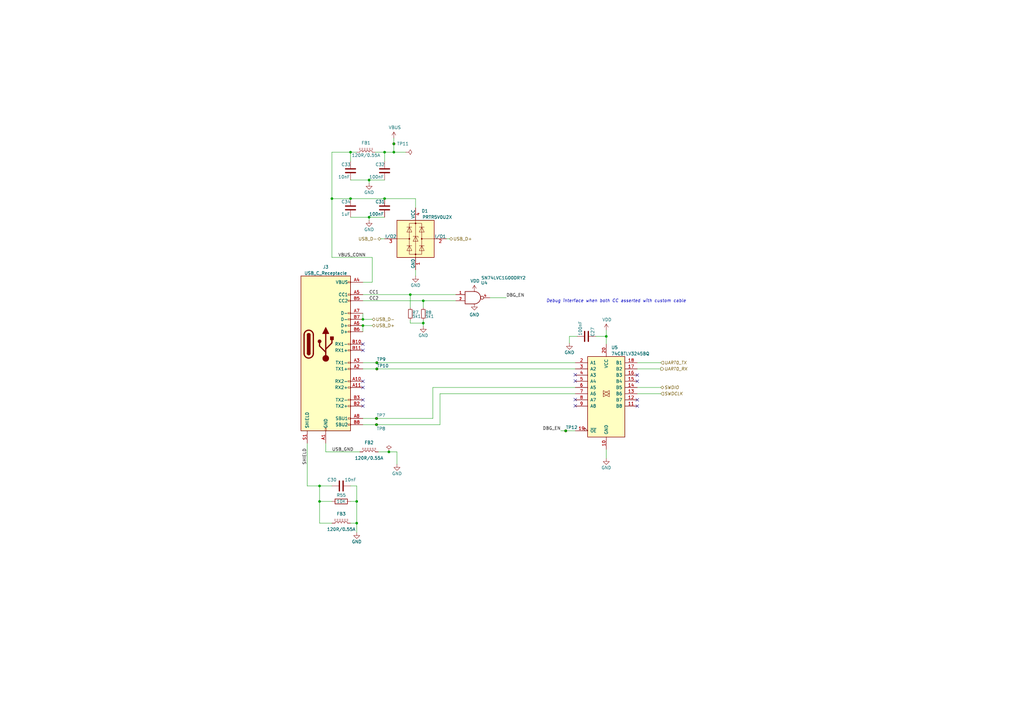
<source format=kicad_sch>
(kicad_sch (version 20211123) (generator eeschema)
  (paper "A3")
  (title_block (title "Spirit Logger") (date "2023-01-23") (rev "0") (company "Specialized Europe GmbH"))
  (lib_symbols
    (symbol "74xGxx:74AHC1G00" (pin_names (offset 1.016))
      (property "Reference" "U" (at -2.54 3.81 0))
      (property "Value" "74AHC1G00" (at 0 -3.81 0))
      (symbol "74AHC1G00_0_1"
        (arc (start 0 -2.54) (mid 2.54 0) (end 0 2.54) (stroke (width 0.254)))
        (polyline (pts (xy 0 -2.54) (xy -3.81 -2.54) (xy -3.81 2.54) (xy 0 2.54)) (stroke (width 0.254)))
      )
      (symbol "74AHC1G00_1_1"
        (pin input line (at -7.62 1.27 0) (length 3.81) (name "~") (number "1"))
        (pin input line (at -7.62 -1.27 0) (length 3.81) (name "~") (number "2"))
        (pin power_in line (at 0 -2.54 270) (length 0) hide (name "GND") (number "3"))
        (pin output inverted (at 6.35 0 180) (length 3.81) (name "~") (number "4"))
        (pin power_in line (at 0 2.54 90) (length 0) hide (name "VCC") (number "5"))
      )
    )
    (symbol "Connector:TestPoint_Small" (pin_numbers hide) (pin_names (offset 0.762) hide)
      (property "Reference" "TP" (at 0 3.81 0))
      (property "Value" "TestPoint_Small" (at 0 2.032 0))
      (symbol "TestPoint_Small_0_1"
        (circle (center 0 0) (radius 0.508))
      )
      (symbol "TestPoint_Small_1_1"
        (pin passive line (at 0 0 90) (length 0) (name "1") (number "1"))
      )
    )
    (symbol "Connector:USB_C_Receptacle" (pin_names (offset 1.016))
      (property "Reference" "J" (at -10.16 29.21 0))
      (property "Value" "USB_C_Receptacle" (at 10.16 29.21 0))
      (symbol "USB_C_Receptacle_0_0"
        (rectangle (start -0.254 -35.56) (end 0.254 -34.544))
        (rectangle (start 10.16 -32.766) (end 9.144 -33.274))
        (rectangle (start 10.16 -30.226) (end 9.144 -30.734))
        (rectangle (start 10.16 -25.146) (end 9.144 -25.654))
        (rectangle (start 10.16 -22.606) (end 9.144 -23.114))
        (rectangle (start 10.16 -17.526) (end 9.144 -18.034))
        (rectangle (start 10.16 -14.986) (end 9.144 -15.494))
        (rectangle (start 10.16 -9.906) (end 9.144 -10.414))
        (rectangle (start 10.16 -7.366) (end 9.144 -7.874))
        (rectangle (start 10.16 -2.286) (end 9.144 -2.794))
        (rectangle (start 10.16 0.254) (end 9.144 -0.254))
        (rectangle (start 10.16 5.334) (end 9.144 4.826))
        (rectangle (start 10.16 7.874) (end 9.144 7.366))
        (rectangle (start 10.16 10.414) (end 9.144 9.906))
        (rectangle (start 10.16 12.954) (end 9.144 12.446))
        (rectangle (start 10.16 18.034) (end 9.144 17.526))
        (rectangle (start 10.16 20.574) (end 9.144 20.066))
        (rectangle (start 10.16 25.654) (end 9.144 25.146))
      )
      (symbol "USB_C_Receptacle_0_1"
        (rectangle (start -10.16 27.94) (end 10.16 -35.56) (stroke (width 0.254)) (fill (type background)))
        (arc (start -8.89 -3.81) (mid -6.985 -5.715) (end -5.08 -3.81) (stroke (width 0.508)))
        (arc (start -7.62 -3.81) (mid -6.985 -4.445) (end -6.35 -3.81) (stroke (width 0.254)))
        (arc (start -7.62 -3.81) (mid -6.985 -4.445) (end -6.35 -3.81) (stroke (width 0.254)) (fill (type outline)))
        (rectangle (start -7.62 -3.81) (end -6.35 3.81) (stroke (width 0.254)) (fill (type outline)))
        (arc (start -6.35 3.81) (mid -6.985 4.445) (end -7.62 3.81) (stroke (width 0.254)))
        (arc (start -6.35 3.81) (mid -6.985 4.445) (end -7.62 3.81) (stroke (width 0.254)) (fill (type outline)))
        (arc (start -5.08 3.81) (mid -6.985 5.715) (end -8.89 3.81) (stroke (width 0.508)))
        (polyline (pts (xy -8.89 -3.81) (xy -8.89 3.81)) (stroke (width 0.508)))
        (polyline (pts (xy -5.08 3.81) (xy -5.08 -3.81)) (stroke (width 0.508)))
      )
      (symbol "USB_C_Receptacle_1_1"
        (circle (center -2.54 1.143) (radius 0.635) (stroke (width 0.254)) (fill (type outline)))
        (circle (center 0 -5.842) (radius 1.27) (fill (type outline)))
        (polyline (pts (xy 0 -5.842) (xy 0 4.318)) (stroke (width 0.508)))
        (polyline (pts (xy 0 -3.302) (xy -2.54 -0.762) (xy -2.54 0.508)) (stroke (width 0.508)))
        (polyline (pts (xy 0 -2.032) (xy 2.54 0.508) (xy 2.54 1.778)) (stroke (width 0.508)))
        (polyline (pts (xy -1.27 4.318) (xy 0 6.858) (xy 1.27 4.318) (xy -1.27 4.318)) (stroke (width 0.254)) (fill (type outline)))
        (rectangle (start 1.905 1.778) (end 3.175 3.048) (stroke (width 0.254)) (fill (type outline)))
        (pin passive line (at 0 -40.64 90) (length 5.08) (name "GND") (number "A1"))
        (pin bidirectional line (at 15.24 -15.24 180) (length 5.08) (name "RX2-") (number "A10"))
        (pin bidirectional line (at 15.24 -17.78 180) (length 5.08) (name "RX2+") (number "A11"))
        (pin passive line (at 0 -40.64 90) (length 5.08) hide (name "GND") (number "A12"))
        (pin bidirectional line (at 15.24 -10.16 180) (length 5.08) (name "TX1+") (number "A2"))
        (pin bidirectional line (at 15.24 -7.62 180) (length 5.08) (name "TX1-") (number "A3"))
        (pin passive line (at 15.24 25.4 180) (length 5.08) (name "VBUS") (number "A4"))
        (pin bidirectional line (at 15.24 20.32 180) (length 5.08) (name "CC1") (number "A5"))
        (pin bidirectional line (at 15.24 7.62 180) (length 5.08) (name "D+") (number "A6"))
        (pin bidirectional line (at 15.24 12.7 180) (length 5.08) (name "D-") (number "A7"))
        (pin bidirectional line (at 15.24 -30.48 180) (length 5.08) (name "SBU1") (number "A8"))
        (pin passive line (at 15.24 25.4 180) (length 5.08) hide (name "VBUS") (number "A9"))
        (pin passive line (at 0 -40.64 90) (length 5.08) hide (name "GND") (number "B1"))
        (pin bidirectional line (at 15.24 0 180) (length 5.08) (name "RX1-") (number "B10"))
        (pin bidirectional line (at 15.24 -2.54 180) (length 5.08) (name "RX1+") (number "B11"))
        (pin passive line (at 0 -40.64 90) (length 5.08) hide (name "GND") (number "B12"))
        (pin bidirectional line (at 15.24 -25.4 180) (length 5.08) (name "TX2+") (number "B2"))
        (pin bidirectional line (at 15.24 -22.86 180) (length 5.08) (name "TX2-") (number "B3"))
        (pin passive line (at 15.24 25.4 180) (length 5.08) hide (name "VBUS") (number "B4"))
        (pin bidirectional line (at 15.24 17.78 180) (length 5.08) (name "CC2") (number "B5"))
        (pin bidirectional line (at 15.24 5.08 180) (length 5.08) (name "D+") (number "B6"))
        (pin bidirectional line (at 15.24 10.16 180) (length 5.08) (name "D-") (number "B7"))
        (pin bidirectional line (at 15.24 -33.02 180) (length 5.08) (name "SBU2") (number "B8"))
        (pin passive line (at 15.24 25.4 180) (length 5.08) hide (name "VBUS") (number "B9"))
        (pin passive line (at -7.62 -40.64 90) (length 5.08) (name "SHIELD") (number "S1"))
      )
    )
    (symbol "Device:C" (pin_numbers hide) (pin_names (offset 0.254))
      (property "Reference" "C" (at 0.635 2.54 0))
      (property "Value" "C" (at 0.635 -2.54 0))
      (symbol "C_0_1"
        (polyline (pts (xy -2.032 -0.762) (xy 2.032 -0.762)) (stroke (width 0.508)))
        (polyline (pts (xy -2.032 0.762) (xy 2.032 0.762)) (stroke (width 0.508)))
      )
      (symbol "C_1_1"
        (pin passive line (at 0 3.81 270) (length 2.794) (name "~") (number "1"))
        (pin passive line (at 0 -3.81 90) (length 2.794) (name "~") (number "2"))
      )
    )
    (symbol "Device:L_Ferrite" (pin_numbers hide) (pin_names (offset 1.016) hide)
      (property "Reference" "L" (at -1.27 0 90))
      (property "Value" "L_Ferrite" (at 2.794 0 90))
      (symbol "L_Ferrite_0_1"
        (arc (start 0 -2.54) (mid 0.635 -1.905) (end 0 -1.27))
        (arc (start 0 -1.27) (mid 0.635 -0.635) (end 0 0))
        (polyline (pts (xy 1.016 -2.794) (xy 1.016 -2.286)))
        (polyline (pts (xy 1.016 -1.778) (xy 1.016 -1.27)))
        (polyline (pts (xy 1.016 -0.762) (xy 1.016 -0.254)))
        (polyline (pts (xy 1.016 0.254) (xy 1.016 0.762)))
        (polyline (pts (xy 1.016 1.27) (xy 1.016 1.778)))
        (polyline (pts (xy 1.016 2.286) (xy 1.016 2.794)))
        (polyline (pts (xy 1.524 -2.286) (xy 1.524 -2.794)))
        (polyline (pts (xy 1.524 -1.27) (xy 1.524 -1.778)))
        (polyline (pts (xy 1.524 -0.254) (xy 1.524 -0.762)))
        (polyline (pts (xy 1.524 0.762) (xy 1.524 0.254)))
        (polyline (pts (xy 1.524 1.778) (xy 1.524 1.27)))
        (polyline (pts (xy 1.524 2.794) (xy 1.524 2.286)))
        (arc (start 0 0) (mid 0.635 0.635) (end 0 1.27))
        (arc (start 0 1.27) (mid 0.635 1.905) (end 0 2.54))
      )
      (symbol "L_Ferrite_1_1"
        (pin passive line (at 0 3.81 270) (length 1.27) (name "1") (number "1"))
        (pin passive line (at 0 -3.81 90) (length 1.27) (name "2") (number "2"))
      )
    )
    (symbol "Device:R" (pin_numbers hide) (pin_names (offset 0))
      (property "Reference" "R" (at 2.032 0 90))
      (property "Value" "R" (at 0 0 90))
      (symbol "R_0_1"
        (rectangle (start -1.016 -2.54) (end 1.016 2.54) (stroke (width 0.254)))
      )
      (symbol "R_1_1"
        (pin passive line (at 0 3.81 270) (length 1.27) (name "~") (number "1"))
        (pin passive line (at 0 -3.81 90) (length 1.27) (name "~") (number "2"))
      )
    )
    (symbol "Device:R_Small" (pin_numbers hide) (pin_names (offset 0.254) hide)
      (property "Reference" "R" (at 0.762 0.508 0))
      (property "Value" "R_Small" (at 0.762 -1.016 0))
      (symbol "R_Small_0_1"
        (rectangle (start -0.762 1.778) (end 0.762 -1.778) (stroke (width 0.2032)))
      )
      (symbol "R_Small_1_1"
        (pin passive line (at 0 2.54 270) (length 0.762) (name "~") (number "1"))
        (pin passive line (at 0 -2.54 90) (length 0.762) (name "~") (number "2"))
      )
    )
    (symbol "GND_1" (power) (pin_names (offset 0))
      (property "Value" "GND_1" (at 0 -3.81 0))
      (symbol "GND_1_0_1"
        (polyline (pts (xy 0 0) (xy 0 -1.27) (xy 1.27 -1.27) (xy 0 -2.54) (xy -1.27 -1.27) (xy 0 -1.27)))
      )
      (symbol "GND_1_1_1"
        (pin power_in line (at 0 0 270) (length 0) hide (name "GND") (number "1"))
      )
    )
    (symbol "JBR_ICs:74CBTLV3245BQ" (pin_names (offset 1.016))
      (property "Reference" "U" (at -7.62 16.51 0))
      (property "Value" "74CBTLV3245BQ" (at -7.62 -19.05 0))
      (symbol "74CBTLV3245BQ_1_0"
        (polyline (pts (xy 1.27 0) (xy -1.27 1.27) (xy -1.27 -1.27) (xy 1.27 0)) (stroke (width 0.1524)))
        (polyline (pts (xy 1.27 1.27) (xy -1.27 0) (xy 1.27 -1.27) (xy 1.27 1.27)))
        (pin power_in line (at 0 -22.86 90) (length 5.08) (name "GND") (number "10"))
        (pin bidirectional line (at 12.7 -5.08 180) (length 5.08) (name "B8") (number "11"))
        (pin bidirectional line (at 12.7 -2.54 180) (length 5.08) (name "B7") (number "12"))
        (pin bidirectional line (at 12.7 0 180) (length 5.08) (name "B6") (number "13"))
        (pin bidirectional line (at 12.7 2.54 180) (length 5.08) (name "B5") (number "14"))
        (pin bidirectional line (at 12.7 5.08 180) (length 5.08) (name "B4") (number "15"))
        (pin bidirectional line (at 12.7 7.62 180) (length 5.08) (name "B3") (number "16"))
        (pin bidirectional line (at 12.7 10.16 180) (length 5.08) (name "B2") (number "17"))
        (pin bidirectional line (at 12.7 12.7 180) (length 5.08) (name "B1") (number "18"))
        (pin input input_low (at -12.7 -15.24 0) (length 5.08) (name "~{OE}") (number "19"))
        (pin bidirectional line (at -12.7 12.7 0) (length 5.08) (name "A1") (number "2"))
        (pin power_in line (at 0 20.32 270) (length 5.08) (name "VCC") (number "20"))
        (pin bidirectional line (at -12.7 10.16 0) (length 5.08) (name "A2") (number "3"))
        (pin bidirectional line (at -12.7 7.62 0) (length 5.08) (name "A3") (number "4"))
        (pin bidirectional line (at -12.7 5.08 0) (length 5.08) (name "A4") (number "5"))
        (pin bidirectional line (at -12.7 2.54 0) (length 5.08) (name "A5") (number "6"))
        (pin bidirectional line (at -12.7 0 0) (length 5.08) (name "A6") (number "7"))
        (pin bidirectional line (at -12.7 -2.54 0) (length 5.08) (name "A7") (number "8"))
        (pin bidirectional line (at -12.7 -5.08 0) (length 5.08) (name "A8") (number "9"))
      )
      (symbol "74CBTLV3245BQ_1_1"
        (rectangle (start -7.62 15.24) (end 7.62 -17.78) (stroke (width 0.254)) (fill (type background)))
      )
    )
    (symbol "Power_Protection:PRTR5V0U2X" (pin_names (offset 0))
      (property "Reference" "D" (at 2.794 8.636 0))
      (property "Value" "PRTR5V0U2X" (at 8.128 -9.398 0))
      (symbol "PRTR5V0U2X_0_1"
        (rectangle (start -7.62 -7.62) (end 7.62 7.62) (stroke (width 0.254)) (fill (type background)))
        (circle (center -2.54 0) (radius 0.254) (fill (type outline)))
        (rectangle (start -2.54 6.35) (end 2.54 -6.35))
        (circle (center 0 -6.35) (radius 0.254) (fill (type outline)))
        (polyline (pts (xy -2.54 0) (xy -7.62 0)))
        (polyline (pts (xy -1.524 -2.794) (xy -3.556 -2.794)))
        (polyline (pts (xy -1.524 4.826) (xy -3.556 4.826)))
        (polyline (pts (xy 0 -7.62) (xy 0 7.62)))
        (polyline (pts (xy 1.524 -2.794) (xy 3.556 -2.794)))
        (polyline (pts (xy 1.524 4.826) (xy 3.556 4.826)))
        (polyline (pts (xy 2.54 0) (xy 7.62 0)))
        (polyline (pts (xy 1.016 1.016) (xy -1.016 1.016) (xy -1.016 0.508)))
        (polyline (pts (xy -3.556 -4.826) (xy -1.524 -4.826) (xy -2.54 -2.794) (xy -3.556 -4.826)))
        (polyline (pts (xy -3.556 2.794) (xy -1.524 2.794) (xy -2.54 4.826) (xy -3.556 2.794)))
        (polyline (pts (xy -1.016 -1.016) (xy 1.016 -1.016) (xy 0 1.016) (xy -1.016 -1.016)))
        (polyline (pts (xy 3.556 -4.826) (xy 1.524 -4.826) (xy 2.54 -2.794) (xy 3.556 -4.826)))
        (polyline (pts (xy 3.556 2.794) (xy 1.524 2.794) (xy 2.54 4.826) (xy 3.556 2.794)))
        (circle (center 0 6.35) (radius 0.254) (fill (type outline)))
        (circle (center 2.54 0) (radius 0.254) (fill (type outline)))
      )
      (symbol "PRTR5V0U2X_1_1"
        (pin passive line (at 0 -12.7 90) (length 5.08) (name "GND") (number "1"))
        (pin passive line (at -12.7 0 0) (length 5.08) (name "I/O1") (number "2"))
        (pin passive line (at 12.7 0 180) (length 5.08) (name "I/O2") (number "3"))
        (pin passive line (at 0 12.7 270) (length 5.08) (name "VCC") (number "4"))
      )
    )
    (symbol "power:GND" (power) (pin_names (offset 0))
      (property "Value" "GND" (at 0 -3.81 0))
      (symbol "GND_0_1"
        (polyline (pts (xy 0 0) (xy 0 -1.27) (xy 1.27 -1.27) (xy 0 -2.54) (xy -1.27 -1.27) (xy 0 -1.27)))
      )
      (symbol "GND_1_1"
        (pin power_in line (at 0 0 270) (length 0) hide (name "GND") (number "1"))
      )
    )
    (symbol "power:PWR_FLAG" (power) (pin_numbers hide) (pin_names (offset 0) hide)
      (property "Value" "PWR_FLAG" (at 0 3.81 0))
      (symbol "PWR_FLAG_0_0"
        (pin power_out line (at 0 0 90) (length 0) (name "pwr") (number "1"))
      )
      (symbol "PWR_FLAG_0_1"
        (polyline (pts (xy 0 0) (xy 0 1.27) (xy -1.016 1.905) (xy 0 2.54) (xy 1.016 1.905) (xy 0 1.27)))
      )
    )
    (symbol "power:VBUS" (power) (pin_names (offset 0))
      (property "Value" "VBUS" (at 0 3.81 0))
      (symbol "VBUS_0_1"
        (polyline (pts (xy -0.762 1.27) (xy 0 2.54)))
        (polyline (pts (xy 0 0) (xy 0 2.54)))
        (polyline (pts (xy 0 2.54) (xy 0.762 1.27)))
      )
      (symbol "VBUS_1_1"
        (pin power_in line (at 0 0 90) (length 0) hide (name "VBUS") (number "1"))
      )
    )
    (symbol "power:VDD" (power) (pin_names (offset 0))
      (property "Value" "VDD" (at 0 3.81 0))
      (symbol "VDD_0_1"
        (polyline (pts (xy -0.762 1.27) (xy 0 2.54)))
        (polyline (pts (xy 0 0) (xy 0 2.54)))
        (polyline (pts (xy 0 2.54) (xy 0.762 1.27)))
      )
      (symbol "VDD_1_1"
        (pin power_in line (at 0 0 90) (length 0) hide (name "VDD") (number "1"))
      )
    )
  )
  (junction (at 154.559 151.3078))
  (junction (at 173.609 123.3678))
  (junction (at 161.544 58.9788))
  (junction (at 159.512 185.3438))
  (junction (at 131.064 205.6638))
  (junction (at 154.432 174.1678))
  (junction (at 148.844 133.5278))
  (junction (at 143.764 62.4078))
  (junction (at 157.734 62.4078))
  (junction (at 248.666 137.9728))
  (junction (at 173.609 132.5118))
  (junction (at 151.384 89.0778))
  (junction (at 136.144 81.4578))
  (junction (at 161.544 62.4078))
  (junction (at 168.275 120.8278))
  (junction (at 148.844 130.9878))
  (junction (at 146.304 205.6638))
  (junction (at 154.432 171.6278))
  (junction (at 151.384 73.8378))
  (junction (at 154.559 148.7678))
  (junction (at 232.029 176.7078))
  (junction (at 143.764 81.4578))
  (junction (at 146.304 214.5538))
  (junction (at 131.064 199.3138))
  (junction (at 157.734 81.4578))
  (no_connect (at 261.366 164.0078))
  (no_connect (at 148.844 166.5478))
  (no_connect (at 148.844 156.3878))
  (no_connect (at 261.366 166.5478))
  (no_connect (at 235.966 166.4208))
  (no_connect (at 235.966 163.8808))
  (no_connect (at 148.844 141.1478))
  (no_connect (at 235.966 153.7208))
  (no_connect (at 261.366 156.3878))
  (no_connect (at 148.844 143.6878))
  (no_connect (at 261.366 153.8478))
  (no_connect (at 148.844 164.0078))
  (no_connect (at 148.844 158.9278))
  (no_connect (at 235.966 156.2608))
  (wire (pts (xy 152.654 105.5878) (xy 152.654 115.7478)))
  (wire (pts (xy 261.366 148.7678) (xy 271.018 148.7678)))
  (wire (pts (xy 248.666 135.4328) (xy 248.666 137.9728)))
  (wire (pts (xy 168.275 126.1618) (xy 168.275 120.8278)))
  (wire (pts (xy 170.434 81.4578) (xy 170.434 85.2678)))
  (wire (pts (xy 177.546 171.6278) (xy 177.546 158.9278)))
  (wire (pts (xy 166.37 62.4078) (xy 161.544 62.4078)))
  (wire (pts (xy 154.559 148.7678) (xy 235.966 148.7678)))
  (wire (pts (xy 148.844 151.3078) (xy 154.559 151.3078)))
  (wire (pts (xy 157.734 62.4078) (xy 157.734 66.2178)))
  (wire (pts (xy 131.064 214.5538) (xy 131.064 205.6638)))
  (wire (pts (xy 143.764 66.2178) (xy 143.764 62.4078)))
  (wire (pts (xy 173.609 123.3678) (xy 186.944 123.3678)))
  (wire (pts (xy 143.764 205.6638) (xy 146.304 205.6638)))
  (wire (pts (xy 143.764 62.4078) (xy 136.144 62.4078)))
  (wire (pts (xy 148.844 171.6278) (xy 154.432 171.6278)))
  (wire (pts (xy 136.144 105.5878) (xy 152.654 105.5878)))
  (wire (pts (xy 148.844 133.5278) (xy 152.654 133.5278)))
  (wire (pts (xy 183.134 97.9678) (xy 184.404 97.9678)))
  (wire (pts (xy 146.304 214.5538) (xy 146.304 205.6638)))
  (wire (pts (xy 177.546 158.9278) (xy 235.966 158.9278)))
  (wire (pts (xy 151.384 89.0778) (xy 151.384 90.3478)))
  (wire (pts (xy 161.544 62.4078) (xy 157.734 62.4078)))
  (wire (pts (xy 261.366 161.4678) (xy 271.018 161.4678)))
  (wire (pts (xy 229.997 176.7078) (xy 232.029 176.7078)))
  (wire (pts (xy 200.914 122.0978) (xy 207.645 122.0978)))
  (wire (pts (xy 248.666 184.3278) (xy 248.666 188.0108)))
  (wire (pts (xy 136.144 62.4078) (xy 136.144 81.4578)))
  (wire (pts (xy 232.029 176.7078) (xy 235.966 176.7078)))
  (wire (pts (xy 148.844 130.9878) (xy 152.654 130.9878)))
  (wire (pts (xy 125.984 199.3138) (xy 131.064 199.3138)))
  (wire (pts (xy 153.924 62.4078) (xy 157.734 62.4078)))
  (wire (pts (xy 173.609 131.2418) (xy 173.609 132.5118)))
  (wire (pts (xy 143.764 73.8378) (xy 151.384 73.8378)))
  (wire (pts (xy 146.304 199.3138) (xy 146.304 205.6638)))
  (wire (pts (xy 162.814 185.3438) (xy 162.814 190.4238)))
  (wire (pts (xy 170.434 110.6678) (xy 170.434 113.2078)))
  (wire (pts (xy 143.764 214.5538) (xy 146.304 214.5538)))
  (wire (pts (xy 261.366 158.9278) (xy 271.018 158.9278)))
  (wire (pts (xy 148.844 128.4478) (xy 148.844 130.9878)))
  (wire (pts (xy 154.432 171.6278) (xy 177.546 171.6278)))
  (wire (pts (xy 161.544 58.9788) (xy 161.544 62.4078)))
  (wire (pts (xy 143.764 81.4578) (xy 157.734 81.4578)))
  (wire (pts (xy 261.366 151.3078) (xy 271.018 151.3078)))
  (wire (pts (xy 180.467 174.1678) (xy 180.467 161.4678)))
  (wire (pts (xy 236.728 137.9728) (xy 233.553 137.9728)))
  (wire (pts (xy 148.844 148.7678) (xy 154.559 148.7678)))
  (wire (pts (xy 148.844 115.7478) (xy 152.654 115.7478)))
  (wire (pts (xy 146.304 214.5538) (xy 146.304 218.3638)))
  (wire (pts (xy 173.609 132.5118) (xy 173.609 133.7818)))
  (wire (pts (xy 136.144 81.4578) (xy 143.764 81.4578)))
  (wire (pts (xy 143.764 199.3138) (xy 146.304 199.3138)))
  (wire (pts (xy 133.604 185.3438) (xy 147.574 185.3438)))
  (wire (pts (xy 154.432 174.1678) (xy 180.467 174.1678)))
  (wire (pts (xy 151.384 89.0778) (xy 157.734 89.0778)))
  (wire (pts (xy 157.734 73.8378) (xy 151.384 73.8378)))
  (wire (pts (xy 248.666 137.9728) (xy 248.666 141.1478)))
  (wire (pts (xy 168.275 132.5118) (xy 173.609 132.5118)))
  (wire (pts (xy 180.467 161.4678) (xy 235.966 161.4678)))
  (wire (pts (xy 148.844 136.0678) (xy 148.844 133.5278)))
  (wire (pts (xy 143.764 62.4078) (xy 146.304 62.4078)))
  (wire (pts (xy 131.064 205.6638) (xy 131.064 199.3138)))
  (wire (pts (xy 168.275 131.2418) (xy 168.275 132.5118)))
  (wire (pts (xy 136.144 214.5538) (xy 131.064 214.5538)))
  (wire (pts (xy 173.609 126.1618) (xy 173.609 123.3678)))
  (wire (pts (xy 136.144 199.3138) (xy 131.064 199.3138)))
  (wire (pts (xy 244.348 137.9728) (xy 248.666 137.9728)))
  (wire (pts (xy 136.144 81.4578) (xy 136.144 105.5878)))
  (wire (pts (xy 148.844 174.1678) (xy 154.432 174.1678)))
  (wire (pts (xy 148.844 120.8278) (xy 168.275 120.8278)))
  (wire (pts (xy 143.764 89.0778) (xy 151.384 89.0778)))
  (wire (pts (xy 157.734 81.4578) (xy 170.434 81.4578)))
  (wire (pts (xy 156.21 97.9678) (xy 157.734 97.9678)))
  (wire (pts (xy 151.384 73.8378) (xy 151.384 75.1078)))
  (wire (pts (xy 159.512 185.3438) (xy 162.814 185.3438)))
  (wire (pts (xy 173.609 123.3678) (xy 148.844 123.3678)))
  (wire (pts (xy 136.144 205.6638) (xy 131.064 205.6638)))
  (wire (pts (xy 233.553 137.9728) (xy 233.553 140.7668)))
  (wire (pts (xy 154.559 151.3078) (xy 235.966 151.3078)))
  (wire (pts (xy 155.194 185.3438) (xy 159.512 185.3438)))
  (wire (pts (xy 161.544 56.6928) (xy 161.544 58.9788)))
  (wire (pts (xy 133.604 181.7878) (xy 133.604 185.3438)))
  (wire (pts (xy 125.984 181.7878) (xy 125.984 199.3138)))
  (wire (pts (xy 168.275 120.8278) (xy 186.944 120.8278)))
  (text "Debug interface when both CC asserted with custom cable" (at 224.028 124.2568 0) (effects (font (size 1.27 1.27) italic) (justify left bottom)))
  (label "VBUS_CONN" (at 138.684 105.5878 0))
  (label "DBG_EN" (at 207.645 122.0978 0))
  (label "USB_GND" (at 136.144 185.3438 0))
  (label "SHIELD" (at 125.984 183.8198 270))
  (label "DBG_EN" (at 229.997 176.7078 180))
  (label "CC1" (at 151.384 120.8278 0))
  (label "CC2" (at 151.384 123.3678 0))
  (hierarchical_label "USB_D+" (shape bidirectional) (at 184.404 97.9678 0))
  (hierarchical_label "UART0_RX" (shape output) (at 271.018 151.3078 0) (effects (font italic)))
  (hierarchical_label "USB_D-" (shape bidirectional) (at 152.654 130.9878 0))
  (hierarchical_label "SWDCLK" (shape input) (at 271.018 161.4678 0) (effects (font italic)))
  (hierarchical_label "USB_D+" (shape bidirectional) (at 152.654 133.5278 0))
  (hierarchical_label "SWDIO" (shape bidirectional) (at 271.018 158.9278 0) (effects (font italic)))
  (hierarchical_label "UART0_TX" (shape input) (at 271.018 148.7678 0) (effects (font italic)))
  (hierarchical_label "USB_D-" (shape bidirectional) (at 156.21 97.9678 180))
  (symbol (lib_id "JBR_ICs:74CBTLV3245BQ") (at 248.666 161.4678 0) (unit 1)
    (property "Reference" "U5" (at 250.6854 142.528 0) (effects (justify left)))
    (property "Value" "74CBTLV3245BQ" (at 250.6854 145.0649 0) (effects (justify left)))
    (property "Footprint" "tunaf1sh/snapeda.pretty:QFN50P450X250X100-21N" (effects hide))
    (property "Datasheet" "http://www.ti.com/lit/gpn/sn74cbtlv3861" (effects hide))
  )
  (symbol (lib_id "Device:R_Small") (at 173.609 128.7018 0) (unit 1)
    (property "Reference" "R8" (at 174.371 128.1938 0) (effects (justify left)))
    (property "Value" "5k1" (at 174.371 129.7178 0) (effects (justify left)))
    (property "Footprint" "Resistor_SMD.pretty:R_0402_1005Metric" (effects hide))
    (property "Characteristics" "5%" (effects hide))
    (property "Notes" "USB legacy mode" (effects hide))
  )
  (symbol (lib_id "Device:L_Ferrite") (at 150.114 62.4078 90) (unit 1)
    (property "Reference" "FB1" (at 150.114 58.5978 90))
    (property "Value" "120R/0.55A" (at 150.114 63.6778 90))
    (property "Footprint" "MCU_Nordic_Accessory:FB_0603" (effects hide))
  )
  (symbol (lib_id "Power_Protection:PRTR5V0U2X") (at 170.434 97.9678 0) (mirror y) (unit 1)
    (property "Reference" "D1" (at 174.244 86.5378 0))
    (property "Value" "PRTR5V0U2X" (at 179.324 89.0778 0))
    (property "Footprint" "MCU_Nordic_Accessory:SOT-143" (effects hide))
    (property "Datasheet" "https://assets.nexperia.com/documents/data-sheet/PRTR5V0U2X.pdf" (effects hide))
  )
  (symbol (lib_id "Device:R") (at 139.954 205.6638 90) (unit 1)
    (property "Reference" "R55" (at 139.954 203.1238 90))
    (property "Value" "10K" (at 139.954 205.6638 90))
    (property "Footprint" "MCU_Nordic_Accessory:R_0201" (effects hide))
  )
  (symbol (lib_id "Device:C") (at 157.734 70.0278 0) (unit 1)
    (property "Reference" "C32" (at 153.924 67.4878 0) (effects (justify left)))
    (property "Value" "100nF" (at 151.384 72.5678 0) (effects (justify left)))
    (property "Footprint" "MCU_Nordic_Accessory:C_0201" (effects hide))
  )
  (symbol (lib_id "Device:R_Small") (at 168.275 128.7018 0) (unit 1)
    (property "Reference" "R7" (at 169.037 128.1938 0) (effects (justify left)))
    (property "Value" "5k1" (at 169.037 129.7178 0) (effects (justify left)))
    (property "Footprint" "Resistor_SMD.pretty:R_0402_1005Metric" (effects hide))
    (property "Characteristics" "5%" (effects hide))
    (property "Notes" "USB legacy mode" (effects hide))
  )
  (symbol (lib_id "power:GND") (at 151.384 75.1078 0) (unit 1)
    (property "Reference" "#PWR0130" (effects hide))
    (property "Value" "GND" (at 151.384 78.9178 0))
  )
  (symbol (lib_id "power:GND") (at 248.666 188.0108 0) (unit 1)
    (property "Reference" "#PWR0127" (effects hide))
    (property "Value" "GND" (at 248.666 191.8208 0))
  )
  (symbol (lib_id "Connector:TestPoint_Small") (at 154.559 148.7678 0) (unit 1)
    (property "Reference" "TP9" (at 154.559 147.3708 0) (effects (justify left)))
    (property "Value" "TestPoint" (effects hide))
    (property "Footprint" "tunaf1sh/misc.pretty:TestPoint_Pad_D1.0mm_Tight" (effects hide))
    (property "Config" "nofit" (effects hide))
  )
  (symbol (lib_id "power:GND") (at 146.304 218.3638 0) (unit 1)
    (property "Reference" "#PWR0137" (effects hide))
    (property "Value" "GND" (at 146.304 222.1738 0))
  )
  (symbol (lib_id "power:GND") (at 233.553 140.7668 0) (unit 1)
    (property "Reference" "#PWR0126" (effects hide))
    (property "Value" "GND" (at 233.553 144.5768 0))
  )
  (symbol (lib_id "Device:C") (at 143.764 70.0278 0) (unit 1)
    (property "Reference" "C33" (at 139.954 67.4878 0) (effects (justify left)))
    (property "Value" "10nF" (at 138.684 72.5678 0) (effects (justify left)))
    (property "Footprint" "MCU_Nordic_Accessory:C_0201" (effects hide))
  )
  (symbol (lib_id "power:VDD") (at 248.666 135.4328 0) (unit 1)
    (property "Reference" "#PWR0128" (effects hide))
    (property "Value" "VDD" (at 248.92 131.1148 0))
  )
  (symbol (lib_id "power:GND") (at 173.609 133.7818 0) (unit 1)
    (property "Reference" "#PWR0136" (effects hide))
    (property "Value" "GND" (at 173.609 137.5918 0))
  )
  (symbol (lib_id "Connector:TestPoint_Small") (at 154.559 151.3078 0) (unit 1)
    (property "Reference" "TP10" (at 154.559 150.0378 0) (effects (justify left)))
    (property "Value" "TestPoint" (effects hide))
    (property "Footprint" "tunaf1sh/misc.pretty:TestPoint_Pad_D1.0mm_Tight" (effects hide))
    (property "Config" "nofit" (effects hide))
  )
  (symbol (lib_id "Device:C") (at 240.538 137.9728 270) (unit 1)
    (property "Reference" "C27" (at 243.078 134.1628 0) (effects (justify left)))
    (property "Value" "100nF" (at 237.998 131.6228 0) (effects (justify left)))
    (property "Footprint" "MCU_Nordic_Accessory:C_0201" (effects hide))
  )
  (symbol (lib_id "Connector:TestPoint_Small") (at 232.029 176.7078 0) (unit 1)
    (property "Reference" "TP12" (at 232.029 175.3108 0) (effects (justify left)))
    (property "Value" "TestPoint" (effects hide))
    (property "Footprint" "tunaf1sh/misc.pretty:TestPoint_Pad_D1.0mm_Tight" (effects hide))
    (property "Config" "nofit" (effects hide))
  )
  (symbol (lib_id "Device:L_Ferrite") (at 139.954 214.5538 90) (unit 1)
    (property "Reference" "FB3" (at 139.954 210.7438 90))
    (property "Value" "120R/0.55A" (at 139.954 217.0938 90))
    (property "Footprint" "MCU_Nordic_Accessory:FB_0603" (effects hide))
  )
  (symbol (lib_id "power:PWR_FLAG") (at 166.37 62.4078 270) (unit 1)
    (property "Reference" "#FLG0104" (effects hide))
    (property "Value" "PWR_FLAG" (effects hide))
  )
  (symbol (lib_name "GND_1") (lib_id "power:GND") (at 194.564 124.6378 0) (unit 1)
    (property "Reference" "#PWR0134" (effects hide))
    (property "Value" "GND" (at 194.564 129.0812 0))
  )
  (symbol (lib_id "Connector:TestPoint_Small") (at 161.544 58.9788 270) (unit 1)
    (property "Reference" "TP11" (at 162.7886 58.9534 90) (effects (justify left)))
    (property "Value" "TestPoint" (effects hide))
    (property "Footprint" "tunaf1sh/misc.pretty:TestPoint_Pad_D1.0mm_Tight" (effects hide))
    (property "Config" "nofit" (effects hide))
  )
  (symbol (lib_id "power:GND") (at 151.384 90.3478 0) (unit 1)
    (property "Reference" "#PWR0131" (effects hide))
    (property "Value" "GND" (at 151.384 94.1578 0))
  )
  (symbol (lib_id "Device:L_Ferrite") (at 151.384 185.3438 90) (unit 1)
    (property "Reference" "FB2" (at 151.384 181.5338 90))
    (property "Value" "120R/0.55A" (at 151.384 187.8838 90))
    (property "Footprint" "MCU_Nordic_Accessory:FB_0603" (effects hide))
  )
  (symbol (lib_id "power:VBUS") (at 161.544 56.6928 0) (unit 1)
    (property "Reference" "#PWR0132" (effects hide))
    (property "Value" "VBUS" (at 161.925 52.2986 0))
  )
  (symbol (lib_id "Connector:USB_C_Receptacle") (at 133.604 141.1478 0) (unit 1)
    (property "Reference" "J3" (at 133.604 109.508 0))
    (property "Value" "USB_C_Receptacle" (at 133.604 112.0449 0))
    (property "Footprint" "Connector_USB.pretty:USB_C_Receptacle_GCT_USB4105-xx-A_16P_TopMnt_Horizontal" (effects hide))
    (property "Datasheet" "https://www.usb.org/sites/default/files/documents/usb_type-c.zip" (effects hide))
  )
  (symbol (lib_id "power:PWR_FLAG") (at 159.512 185.3438 0) (unit 1)
    (property "Reference" "#FLG0103" (effects hide))
    (property "Value" "PWR_FLAG" (effects hide))
  )
  (symbol (lib_id "power:GND") (at 170.434 113.2078 0) (unit 1)
    (property "Reference" "#PWR0133" (effects hide))
    (property "Value" "GND" (at 170.434 117.0178 0))
  )
  (symbol (lib_id "Connector:TestPoint_Small") (at 154.432 171.6278 0) (unit 1)
    (property "Reference" "TP7" (at 154.432 170.3578 0) (effects (justify left)))
    (property "Value" "TestPoint" (effects hide))
    (property "Footprint" "tunaf1sh/misc.pretty:TestPoint_Pad_D1.0mm_Tight" (effects hide))
    (property "Config" "nofit" (effects hide))
  )
  (symbol (lib_id "Connector:TestPoint_Small") (at 154.432 174.1678 180) (unit 1)
    (property "Reference" "TP8" (at 158.115 175.8188 0) (effects (justify left)))
    (property "Value" "TestPoint" (effects hide))
    (property "Footprint" "tunaf1sh/misc.pretty:TestPoint_Pad_D1.0mm_Tight" (effects hide))
    (property "Config" "nofit" (effects hide))
  )
  (symbol (lib_id "Device:C") (at 157.734 85.2678 0) (unit 1)
    (property "Reference" "C31" (at 153.924 82.7278 0) (effects (justify left)))
    (property "Value" "100nF" (at 151.384 87.8078 0) (effects (justify left)))
    (property "Footprint" "MCU_Nordic_Accessory:C_0201" (effects hide))
  )
  (symbol (lib_id "Device:C") (at 139.954 199.3138 90) (unit 1)
    (property "Reference" "C30" (at 136.144 196.7738 90))
    (property "Value" "10nF" (at 143.764 196.7738 90))
    (property "Footprint" "MCU_Nordic_Accessory:C_0201" (effects hide))
  )
  (symbol (lib_id "Device:C") (at 143.764 85.2678 0) (unit 1)
    (property "Reference" "C34" (at 139.954 82.7278 0) (effects (justify left)))
    (property "Value" "1uF" (at 139.954 87.8078 0) (effects (justify left)))
    (property "Footprint" "MCU_Nordic_Accessory:C_0603" (effects hide))
  )
  (symbol (lib_id "power:VDD") (at 194.564 119.5578 0) (unit 1)
    (property "Reference" "#PWR0135" (effects hide))
    (property "Value" "VDD" (at 194.818 115.2398 0))
  )
  (symbol (lib_id "power:GND") (at 162.814 190.4238 0) (unit 1)
    (property "Reference" "#PWR0129" (effects hide))
    (property "Value" "GND" (at 162.814 194.2338 0))
  )
  (symbol (lib_id "74xGxx:74AHC1G00") (at 194.564 122.0978 0) (unit 1)
    (property "Reference" "U4" (at 198.628 116.0018 0))
    (property "Value" "SN74LVC1G00DRY2" (at 206.502 113.9698 0))
    (property "Footprint" "digikey/digikey-kicad-library/digikey-footprints.pretty:UFDFN-6_1.45x1mm" (effects hide))
    (property "Datasheet" "http://www.ti.com/lit/sg/scyt129e/scyt129e.pdf" (effects hide))
    (property "MFN" "Texas Instruments" (effects hide))
    (property "MPN" "SN74LVC1G00DRY2" (effects hide))
    (property "Vendor" "Digikey" (effects hide))
    (property "SKU" "296-SN74LVC1G00DRY2CT-ND" (effects hide))
    (property "Description" "IC GATE NAND 1CH 2-INP 6SON" (effects hide))
  )
)
</source>
